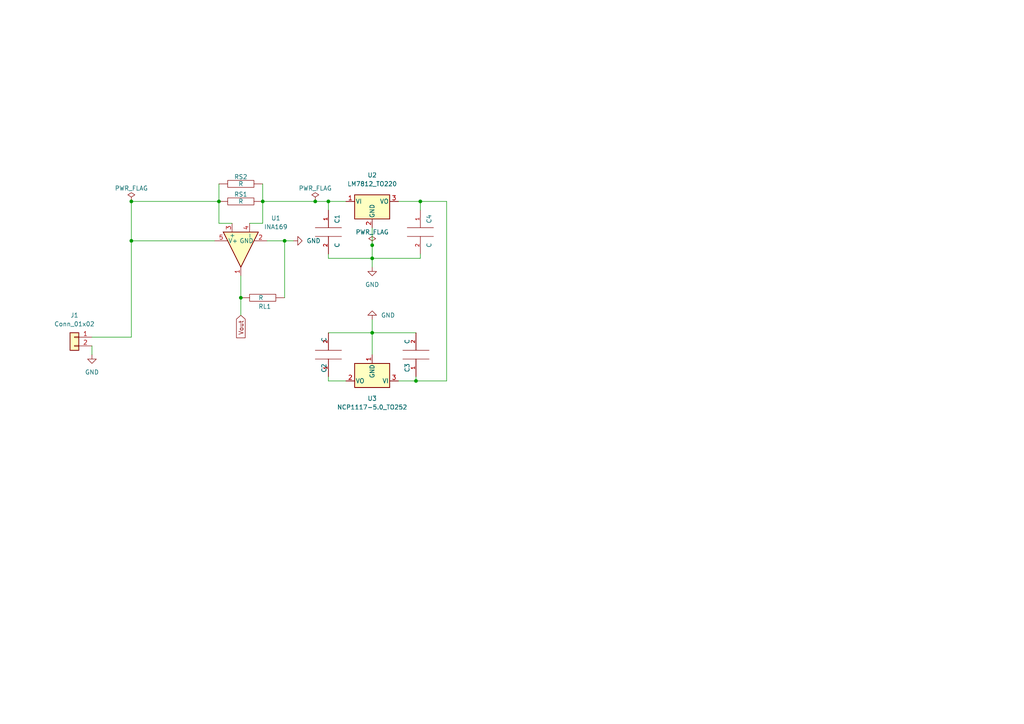
<source format=kicad_sch>
(kicad_sch (version 20211123) (generator eeschema)

  (uuid ca08e793-c2ca-4d87-8e05-430e8eac0743)

  (paper "A4")

  (lib_symbols
    (symbol "Amplifier_Current:INA169" (pin_names (offset 0.127)) (in_bom yes) (on_board yes)
      (property "Reference" "U" (id 0) (at 3.81 5.08 0)
        (effects (font (size 1.27 1.27)) (justify left))
      )
      (property "Value" "INA169" (id 1) (at 3.81 2.54 0)
        (effects (font (size 1.27 1.27)) (justify left))
      )
      (property "Footprint" "Package_TO_SOT_SMD:SOT-23-5" (id 2) (at 0 0 0)
        (effects (font (size 1.27 1.27)) hide)
      )
      (property "Datasheet" "http://www.ti.com/lit/ds/symlink/ina169.pdf" (id 3) (at 0 0.127 0)
        (effects (font (size 1.27 1.27)) hide)
      )
      (property "ki_keywords" "current sense shunt monitor" (id 4) (at 0 0 0)
        (effects (font (size 1.27 1.27)) hide)
      )
      (property "ki_description" "High-Side Measurement Current Shunt Monitor, 60V, SOT-23-5" (id 5) (at 0 0 0)
        (effects (font (size 1.27 1.27)) hide)
      )
      (property "ki_fp_filters" "SOT?23*" (id 6) (at 0 0 0)
        (effects (font (size 1.27 1.27)) hide)
      )
      (symbol "INA169_0_1"
        (polyline
          (pts
            (xy -5.08 5.08)
            (xy 5.08 0)
            (xy -5.08 -5.08)
            (xy -5.08 5.08)
          )
          (stroke (width 0.254) (type default) (color 0 0 0 0))
          (fill (type background))
        )
      )
      (symbol "INA169_1_1"
        (pin output line (at 7.62 0 180) (length 2.54)
          (name "~" (effects (font (size 1.27 1.27))))
          (number "1" (effects (font (size 1.27 1.27))))
        )
        (pin power_in line (at -2.54 -7.62 90) (length 3.81)
          (name "GND" (effects (font (size 1.27 1.27))))
          (number "2" (effects (font (size 1.27 1.27))))
        )
        (pin input line (at -7.62 2.54 0) (length 2.54)
          (name "+" (effects (font (size 1.27 1.27))))
          (number "3" (effects (font (size 1.27 1.27))))
        )
        (pin input line (at -7.62 -2.54 0) (length 2.54)
          (name "-" (effects (font (size 1.27 1.27))))
          (number "4" (effects (font (size 1.27 1.27))))
        )
        (pin power_in line (at -2.54 7.62 270) (length 3.81)
          (name "V+" (effects (font (size 1.27 1.27))))
          (number "5" (effects (font (size 1.27 1.27))))
        )
      )
    )
    (symbol "Connector_Generic:Conn_01x02" (pin_names (offset 1.016) hide) (in_bom yes) (on_board yes)
      (property "Reference" "J" (id 0) (at 0 2.54 0)
        (effects (font (size 1.27 1.27)))
      )
      (property "Value" "Conn_01x02" (id 1) (at 0 -5.08 0)
        (effects (font (size 1.27 1.27)))
      )
      (property "Footprint" "" (id 2) (at 0 0 0)
        (effects (font (size 1.27 1.27)) hide)
      )
      (property "Datasheet" "~" (id 3) (at 0 0 0)
        (effects (font (size 1.27 1.27)) hide)
      )
      (property "ki_keywords" "connector" (id 4) (at 0 0 0)
        (effects (font (size 1.27 1.27)) hide)
      )
      (property "ki_description" "Generic connector, single row, 01x02, script generated (kicad-library-utils/schlib/autogen/connector/)" (id 5) (at 0 0 0)
        (effects (font (size 1.27 1.27)) hide)
      )
      (property "ki_fp_filters" "Connector*:*_1x??_*" (id 6) (at 0 0 0)
        (effects (font (size 1.27 1.27)) hide)
      )
      (symbol "Conn_01x02_1_1"
        (rectangle (start -1.27 -2.413) (end 0 -2.667)
          (stroke (width 0.1524) (type default) (color 0 0 0 0))
          (fill (type none))
        )
        (rectangle (start -1.27 0.127) (end 0 -0.127)
          (stroke (width 0.1524) (type default) (color 0 0 0 0))
          (fill (type none))
        )
        (rectangle (start -1.27 1.27) (end 1.27 -3.81)
          (stroke (width 0.254) (type default) (color 0 0 0 0))
          (fill (type background))
        )
        (pin passive line (at -5.08 0 0) (length 3.81)
          (name "Pin_1" (effects (font (size 1.27 1.27))))
          (number "1" (effects (font (size 1.27 1.27))))
        )
        (pin passive line (at -5.08 -2.54 0) (length 3.81)
          (name "Pin_2" (effects (font (size 1.27 1.27))))
          (number "2" (effects (font (size 1.27 1.27))))
        )
      )
    )
    (symbol "Regulator_Linear:LM7812_TO220" (pin_names (offset 0.254)) (in_bom yes) (on_board yes)
      (property "Reference" "U" (id 0) (at -3.81 3.175 0)
        (effects (font (size 1.27 1.27)))
      )
      (property "Value" "LM7812_TO220" (id 1) (at 0 3.175 0)
        (effects (font (size 1.27 1.27)) (justify left))
      )
      (property "Footprint" "Package_TO_SOT_THT:TO-220-3_Vertical" (id 2) (at 0 5.715 0)
        (effects (font (size 1.27 1.27) italic) hide)
      )
      (property "Datasheet" "https://www.onsemi.cn/PowerSolutions/document/MC7800-D.PDF" (id 3) (at 0 -1.27 0)
        (effects (font (size 1.27 1.27)) hide)
      )
      (property "ki_keywords" "Voltage Regulator 1A Positive" (id 4) (at 0 0 0)
        (effects (font (size 1.27 1.27)) hide)
      )
      (property "ki_description" "Positive 1A 35V Linear Regulator, Fixed Output 12V, TO-220" (id 5) (at 0 0 0)
        (effects (font (size 1.27 1.27)) hide)
      )
      (property "ki_fp_filters" "TO?220*" (id 6) (at 0 0 0)
        (effects (font (size 1.27 1.27)) hide)
      )
      (symbol "LM7812_TO220_0_1"
        (rectangle (start -5.08 1.905) (end 5.08 -5.08)
          (stroke (width 0.254) (type default) (color 0 0 0 0))
          (fill (type background))
        )
      )
      (symbol "LM7812_TO220_1_1"
        (pin power_in line (at -7.62 0 0) (length 2.54)
          (name "VI" (effects (font (size 1.27 1.27))))
          (number "1" (effects (font (size 1.27 1.27))))
        )
        (pin power_in line (at 0 -7.62 90) (length 2.54)
          (name "GND" (effects (font (size 1.27 1.27))))
          (number "2" (effects (font (size 1.27 1.27))))
        )
        (pin power_out line (at 7.62 0 180) (length 2.54)
          (name "VO" (effects (font (size 1.27 1.27))))
          (number "3" (effects (font (size 1.27 1.27))))
        )
      )
    )
    (symbol "Regulator_Linear:NCP1117-5.0_TO252" (pin_names (offset 0.254)) (in_bom yes) (on_board yes)
      (property "Reference" "U" (id 0) (at -3.81 3.175 0)
        (effects (font (size 1.27 1.27)))
      )
      (property "Value" "NCP1117-5.0_TO252" (id 1) (at 0 3.175 0)
        (effects (font (size 1.27 1.27)) (justify left))
      )
      (property "Footprint" "Package_TO_SOT_SMD:TO-252-2" (id 2) (at 0 5.715 0)
        (effects (font (size 1.27 1.27)) hide)
      )
      (property "Datasheet" "http://www.onsemi.com/pub_link/Collateral/NCP1117-D.PDF" (id 3) (at 0 0 0)
        (effects (font (size 1.27 1.27)) hide)
      )
      (property "ki_keywords" "REGULATOR LDO 5.0V 5V" (id 4) (at 0 0 0)
        (effects (font (size 1.27 1.27)) hide)
      )
      (property "ki_description" "1A Low drop-out regulator, Fixed Output 5.0V, TO-252 (DPAK)" (id 5) (at 0 0 0)
        (effects (font (size 1.27 1.27)) hide)
      )
      (property "ki_fp_filters" "TO?252*" (id 6) (at 0 0 0)
        (effects (font (size 1.27 1.27)) hide)
      )
      (symbol "NCP1117-5.0_TO252_0_1"
        (rectangle (start -5.08 1.905) (end 5.08 -5.08)
          (stroke (width 0.254) (type default) (color 0 0 0 0))
          (fill (type background))
        )
      )
      (symbol "NCP1117-5.0_TO252_1_1"
        (pin power_in line (at 0 -7.62 90) (length 2.54)
          (name "GND" (effects (font (size 1.27 1.27))))
          (number "1" (effects (font (size 1.27 1.27))))
        )
        (pin power_out line (at 7.62 0 180) (length 2.54)
          (name "VO" (effects (font (size 1.27 1.27))))
          (number "2" (effects (font (size 1.27 1.27))))
        )
        (pin power_in line (at -7.62 0 0) (length 2.54)
          (name "VI" (effects (font (size 1.27 1.27))))
          (number "3" (effects (font (size 1.27 1.27))))
        )
      )
    )
    (symbol "power:GND" (power) (pin_names (offset 0)) (in_bom yes) (on_board yes)
      (property "Reference" "#PWR" (id 0) (at 0 -6.35 0)
        (effects (font (size 1.27 1.27)) hide)
      )
      (property "Value" "GND" (id 1) (at 0 -3.81 0)
        (effects (font (size 1.27 1.27)))
      )
      (property "Footprint" "" (id 2) (at 0 0 0)
        (effects (font (size 1.27 1.27)) hide)
      )
      (property "Datasheet" "" (id 3) (at 0 0 0)
        (effects (font (size 1.27 1.27)) hide)
      )
      (property "ki_keywords" "power-flag" (id 4) (at 0 0 0)
        (effects (font (size 1.27 1.27)) hide)
      )
      (property "ki_description" "Power symbol creates a global label with name \"GND\" , ground" (id 5) (at 0 0 0)
        (effects (font (size 1.27 1.27)) hide)
      )
      (symbol "GND_0_1"
        (polyline
          (pts
            (xy 0 0)
            (xy 0 -1.27)
            (xy 1.27 -1.27)
            (xy 0 -2.54)
            (xy -1.27 -1.27)
            (xy 0 -1.27)
          )
          (stroke (width 0) (type default) (color 0 0 0 0))
          (fill (type none))
        )
      )
      (symbol "GND_1_1"
        (pin power_in line (at 0 0 270) (length 0) hide
          (name "GND" (effects (font (size 1.27 1.27))))
          (number "1" (effects (font (size 1.27 1.27))))
        )
      )
    )
    (symbol "power:PWR_FLAG" (power) (pin_numbers hide) (pin_names (offset 0) hide) (in_bom yes) (on_board yes)
      (property "Reference" "#FLG" (id 0) (at 0 1.905 0)
        (effects (font (size 1.27 1.27)) hide)
      )
      (property "Value" "PWR_FLAG" (id 1) (at 0 3.81 0)
        (effects (font (size 1.27 1.27)))
      )
      (property "Footprint" "" (id 2) (at 0 0 0)
        (effects (font (size 1.27 1.27)) hide)
      )
      (property "Datasheet" "~" (id 3) (at 0 0 0)
        (effects (font (size 1.27 1.27)) hide)
      )
      (property "ki_keywords" "power-flag" (id 4) (at 0 0 0)
        (effects (font (size 1.27 1.27)) hide)
      )
      (property "ki_description" "Special symbol for telling ERC where power comes from" (id 5) (at 0 0 0)
        (effects (font (size 1.27 1.27)) hide)
      )
      (symbol "PWR_FLAG_0_0"
        (pin power_out line (at 0 0 90) (length 0)
          (name "pwr" (effects (font (size 1.27 1.27))))
          (number "1" (effects (font (size 1.27 1.27))))
        )
      )
      (symbol "PWR_FLAG_0_1"
        (polyline
          (pts
            (xy 0 0)
            (xy 0 1.27)
            (xy -1.016 1.905)
            (xy 0 2.54)
            (xy 1.016 1.905)
            (xy 0 1.27)
          )
          (stroke (width 0) (type default) (color 0 0 0 0))
          (fill (type none))
        )
      )
    )
    (symbol "pspice:C" (pin_names (offset 0.254)) (in_bom yes) (on_board yes)
      (property "Reference" "C" (id 0) (at 2.54 3.81 90)
        (effects (font (size 1.27 1.27)))
      )
      (property "Value" "C" (id 1) (at 2.54 -3.81 90)
        (effects (font (size 1.27 1.27)))
      )
      (property "Footprint" "" (id 2) (at 0 0 0)
        (effects (font (size 1.27 1.27)) hide)
      )
      (property "Datasheet" "~" (id 3) (at 0 0 0)
        (effects (font (size 1.27 1.27)) hide)
      )
      (property "ki_keywords" "simulation" (id 4) (at 0 0 0)
        (effects (font (size 1.27 1.27)) hide)
      )
      (property "ki_description" "Capacitor symbol for simulation only" (id 5) (at 0 0 0)
        (effects (font (size 1.27 1.27)) hide)
      )
      (symbol "C_0_1"
        (polyline
          (pts
            (xy -3.81 -1.27)
            (xy 3.81 -1.27)
          )
          (stroke (width 0) (type default) (color 0 0 0 0))
          (fill (type none))
        )
        (polyline
          (pts
            (xy -3.81 1.27)
            (xy 3.81 1.27)
          )
          (stroke (width 0) (type default) (color 0 0 0 0))
          (fill (type none))
        )
      )
      (symbol "C_1_1"
        (pin passive line (at 0 6.35 270) (length 5.08)
          (name "~" (effects (font (size 1.016 1.016))))
          (number "1" (effects (font (size 1.016 1.016))))
        )
        (pin passive line (at 0 -6.35 90) (length 5.08)
          (name "~" (effects (font (size 1.016 1.016))))
          (number "2" (effects (font (size 1.016 1.016))))
        )
      )
    )
    (symbol "pspice:R" (pin_numbers hide) (pin_names (offset 0)) (in_bom yes) (on_board yes)
      (property "Reference" "R" (id 0) (at 2.032 0 90)
        (effects (font (size 1.27 1.27)))
      )
      (property "Value" "R" (id 1) (at 0 0 90)
        (effects (font (size 1.27 1.27)))
      )
      (property "Footprint" "" (id 2) (at 0 0 0)
        (effects (font (size 1.27 1.27)) hide)
      )
      (property "Datasheet" "~" (id 3) (at 0 0 0)
        (effects (font (size 1.27 1.27)) hide)
      )
      (property "ki_keywords" "resistor simulation" (id 4) (at 0 0 0)
        (effects (font (size 1.27 1.27)) hide)
      )
      (property "ki_description" "Resistor symbol for simulation only" (id 5) (at 0 0 0)
        (effects (font (size 1.27 1.27)) hide)
      )
      (symbol "R_0_1"
        (rectangle (start -1.016 3.81) (end 1.016 -3.81)
          (stroke (width 0) (type default) (color 0 0 0 0))
          (fill (type none))
        )
      )
      (symbol "R_1_1"
        (pin passive line (at 0 6.35 270) (length 2.54)
          (name "~" (effects (font (size 1.27 1.27))))
          (number "1" (effects (font (size 1.27 1.27))))
        )
        (pin passive line (at 0 -6.35 90) (length 2.54)
          (name "~" (effects (font (size 1.27 1.27))))
          (number "2" (effects (font (size 1.27 1.27))))
        )
      )
    )
  )

  (junction (at 38.1 58.42) (diameter 0) (color 0 0 0 0)
    (uuid 11181b33-6df7-4e12-8708-6cf3ed62d057)
  )
  (junction (at 107.95 96.52) (diameter 0) (color 0 0 0 0)
    (uuid 1b3bd02f-8f90-4e5d-99a1-a0914b03e693)
  )
  (junction (at 107.95 71.12) (diameter 0) (color 0 0 0 0)
    (uuid 228fc049-a5d1-4ba2-9c85-d541dbe6982b)
  )
  (junction (at 63.5 58.42) (diameter 0) (color 0 0 0 0)
    (uuid 30d853c6-ecf7-4d0c-98dd-33cf6199f89e)
  )
  (junction (at 38.1 69.85) (diameter 0) (color 0 0 0 0)
    (uuid 634461a5-f9a9-4e6e-8e57-4eb1bad3af31)
  )
  (junction (at 69.85 86.36) (diameter 0) (color 0 0 0 0)
    (uuid 8809ca45-d151-401e-96f8-e61e104713c1)
  )
  (junction (at 76.2 58.42) (diameter 0) (color 0 0 0 0)
    (uuid 8cf4a5f2-53aa-49f1-bcb4-51643bc1159c)
  )
  (junction (at 107.95 74.93) (diameter 0) (color 0 0 0 0)
    (uuid bf1cf14e-759f-4e44-9430-f72b859cee36)
  )
  (junction (at 120.65 110.49) (diameter 0) (color 0 0 0 0)
    (uuid d98c67bd-c352-4647-8589-4a253363053a)
  )
  (junction (at 95.25 58.42) (diameter 0) (color 0 0 0 0)
    (uuid e04ecf70-36b4-4f22-883a-d8f86bb346db)
  )
  (junction (at 82.55 69.85) (diameter 0) (color 0 0 0 0)
    (uuid e1bd81bd-ff46-4e4e-bfcc-9ed6cd421363)
  )
  (junction (at 121.92 58.42) (diameter 0) (color 0 0 0 0)
    (uuid eb3a8018-ba99-463e-b30f-95263fde0465)
  )
  (junction (at 91.44 58.42) (diameter 0) (color 0 0 0 0)
    (uuid ecd9b057-8d97-4614-af39-4c36430a6254)
  )

  (wire (pts (xy 107.95 66.04) (xy 107.95 71.12))
    (stroke (width 0) (type default) (color 0 0 0 0))
    (uuid 039a2116-0096-4e30-a58d-81b324a78ff4)
  )
  (wire (pts (xy 77.47 69.85) (xy 82.55 69.85))
    (stroke (width 0) (type default) (color 0 0 0 0))
    (uuid 099fc2fc-d33c-4d69-b6b3-0fad57f27c2b)
  )
  (wire (pts (xy 121.92 74.93) (xy 107.95 74.93))
    (stroke (width 0) (type default) (color 0 0 0 0))
    (uuid 0b47a8ac-b0bc-40ef-9d7e-9406eb265a35)
  )
  (wire (pts (xy 69.85 86.36) (xy 69.85 91.44))
    (stroke (width 0) (type default) (color 0 0 0 0))
    (uuid 133d9c7d-eeff-42ca-ba9c-a32ecdf2de0d)
  )
  (wire (pts (xy 26.67 97.79) (xy 38.1 97.79))
    (stroke (width 0) (type default) (color 0 0 0 0))
    (uuid 1bafca0f-a3fb-46de-b462-d8498b055c5a)
  )
  (wire (pts (xy 107.95 74.93) (xy 107.95 77.47))
    (stroke (width 0) (type default) (color 0 0 0 0))
    (uuid 20c62eac-d280-4f72-937e-40180a0f1422)
  )
  (wire (pts (xy 129.54 110.49) (xy 120.65 110.49))
    (stroke (width 0) (type default) (color 0 0 0 0))
    (uuid 31a9eed4-441a-4e3e-b53c-e956bc38e7eb)
  )
  (wire (pts (xy 121.92 58.42) (xy 115.57 58.42))
    (stroke (width 0) (type default) (color 0 0 0 0))
    (uuid 36941593-4a75-4160-97fc-efac344cd60b)
  )
  (wire (pts (xy 76.2 64.77) (xy 76.2 58.42))
    (stroke (width 0) (type default) (color 0 0 0 0))
    (uuid 398c6685-6d31-4e9b-b88d-6e8b0ff36dcc)
  )
  (wire (pts (xy 63.5 64.77) (xy 63.5 58.42))
    (stroke (width 0) (type default) (color 0 0 0 0))
    (uuid 41b6fa3a-0bf2-4310-9f14-18225efdfad7)
  )
  (wire (pts (xy 115.57 110.49) (xy 120.65 110.49))
    (stroke (width 0) (type default) (color 0 0 0 0))
    (uuid 423ebae6-3d38-4c9e-8539-e7592df463be)
  )
  (wire (pts (xy 91.44 58.42) (xy 95.25 58.42))
    (stroke (width 0) (type default) (color 0 0 0 0))
    (uuid 46c2a5ba-4541-48da-86fd-191b07a8265e)
  )
  (wire (pts (xy 38.1 69.85) (xy 62.23 69.85))
    (stroke (width 0) (type default) (color 0 0 0 0))
    (uuid 4b68cad2-d8e5-4223-b50e-4f6553ae24f3)
  )
  (wire (pts (xy 38.1 69.85) (xy 38.1 58.42))
    (stroke (width 0) (type default) (color 0 0 0 0))
    (uuid 5b5d1704-4aa3-42c3-83ef-e5f8aa589239)
  )
  (wire (pts (xy 120.65 109.22) (xy 120.65 110.49))
    (stroke (width 0) (type default) (color 0 0 0 0))
    (uuid 62411e5a-8cbd-4b11-a06e-24d1b594eb7c)
  )
  (wire (pts (xy 95.25 96.52) (xy 107.95 96.52))
    (stroke (width 0) (type default) (color 0 0 0 0))
    (uuid 639273ae-91e9-41c0-9811-9ad988a3a828)
  )
  (wire (pts (xy 95.25 58.42) (xy 100.33 58.42))
    (stroke (width 0) (type default) (color 0 0 0 0))
    (uuid 660573ed-da84-4552-9b20-77dfdf4eb44b)
  )
  (wire (pts (xy 95.25 58.42) (xy 95.25 60.96))
    (stroke (width 0) (type default) (color 0 0 0 0))
    (uuid 67ac00fe-e1fe-4905-bea8-92c8a71ecb29)
  )
  (wire (pts (xy 63.5 53.34) (xy 63.5 58.42))
    (stroke (width 0) (type default) (color 0 0 0 0))
    (uuid 6b23f108-45e7-4424-8b5a-b7a2ee5b6b61)
  )
  (wire (pts (xy 82.55 69.85) (xy 85.09 69.85))
    (stroke (width 0) (type default) (color 0 0 0 0))
    (uuid 6dc97cb9-63de-4d70-a37d-d584762d8c49)
  )
  (wire (pts (xy 95.25 74.93) (xy 95.25 73.66))
    (stroke (width 0) (type default) (color 0 0 0 0))
    (uuid 70d9ca24-e03e-475f-978a-39a357b13f9e)
  )
  (wire (pts (xy 95.25 110.49) (xy 95.25 109.22))
    (stroke (width 0) (type default) (color 0 0 0 0))
    (uuid 74a77f39-e852-4204-b05e-6b136e302649)
  )
  (wire (pts (xy 38.1 97.79) (xy 38.1 69.85))
    (stroke (width 0) (type default) (color 0 0 0 0))
    (uuid 7ec91a9f-481e-4abb-b1d6-a6647279ecb0)
  )
  (wire (pts (xy 129.54 58.42) (xy 121.92 58.42))
    (stroke (width 0) (type default) (color 0 0 0 0))
    (uuid 80e5c502-4701-4751-9ab6-d087864f55ee)
  )
  (wire (pts (xy 107.95 92.71) (xy 107.95 96.52))
    (stroke (width 0) (type default) (color 0 0 0 0))
    (uuid 8a6ad8dd-9752-45ba-baea-068655b10164)
  )
  (wire (pts (xy 82.55 69.85) (xy 82.55 86.36))
    (stroke (width 0) (type default) (color 0 0 0 0))
    (uuid 8a7ba2c0-dd33-4f71-9d92-d6c523a584b0)
  )
  (wire (pts (xy 107.95 74.93) (xy 95.25 74.93))
    (stroke (width 0) (type default) (color 0 0 0 0))
    (uuid 8f65d1f7-97db-419f-a92f-03ad0f3936e3)
  )
  (wire (pts (xy 107.95 102.87) (xy 107.95 96.52))
    (stroke (width 0) (type default) (color 0 0 0 0))
    (uuid 8fa83cdc-b698-4d3d-80df-aa1473585e7a)
  )
  (wire (pts (xy 69.85 80.01) (xy 69.85 86.36))
    (stroke (width 0) (type default) (color 0 0 0 0))
    (uuid 995f4531-d959-4b7f-9052-52e1148a8bce)
  )
  (wire (pts (xy 107.95 96.52) (xy 120.65 96.52))
    (stroke (width 0) (type default) (color 0 0 0 0))
    (uuid 9f1350f0-dde6-471f-8909-cc544dbfb461)
  )
  (wire (pts (xy 67.31 64.77) (xy 63.5 64.77))
    (stroke (width 0) (type default) (color 0 0 0 0))
    (uuid b68462f5-71c7-402b-8ea4-7833cf34d54f)
  )
  (wire (pts (xy 121.92 60.96) (xy 121.92 58.42))
    (stroke (width 0) (type default) (color 0 0 0 0))
    (uuid b75b2355-0f92-4065-8ed3-7a630b66ac86)
  )
  (wire (pts (xy 76.2 58.42) (xy 91.44 58.42))
    (stroke (width 0) (type default) (color 0 0 0 0))
    (uuid b80f1001-c320-43d3-9b05-d02227272dda)
  )
  (wire (pts (xy 38.1 58.42) (xy 63.5 58.42))
    (stroke (width 0) (type default) (color 0 0 0 0))
    (uuid cb3b01cc-a9f4-4d8e-9163-b9621cba3861)
  )
  (wire (pts (xy 107.95 71.12) (xy 107.95 74.93))
    (stroke (width 0) (type default) (color 0 0 0 0))
    (uuid cc73df3e-1521-46d0-96eb-e6e01a042210)
  )
  (wire (pts (xy 76.2 53.34) (xy 76.2 58.42))
    (stroke (width 0) (type default) (color 0 0 0 0))
    (uuid d04524d4-d0ee-4bcc-8db1-afd244c88b8b)
  )
  (wire (pts (xy 121.92 73.66) (xy 121.92 74.93))
    (stroke (width 0) (type default) (color 0 0 0 0))
    (uuid d3cea790-be21-42f7-83a3-573da096227a)
  )
  (wire (pts (xy 26.67 100.33) (xy 26.67 102.87))
    (stroke (width 0) (type default) (color 0 0 0 0))
    (uuid d52faeb8-44de-438d-b99f-679f0f37fdc5)
  )
  (wire (pts (xy 129.54 58.42) (xy 129.54 110.49))
    (stroke (width 0) (type default) (color 0 0 0 0))
    (uuid dfe7b02c-de4b-44ff-8c9c-c05a203b5b7c)
  )
  (wire (pts (xy 72.39 64.77) (xy 76.2 64.77))
    (stroke (width 0) (type default) (color 0 0 0 0))
    (uuid e04dc0c9-dbe5-41bc-86c3-0193a8a5a6d8)
  )
  (wire (pts (xy 100.33 110.49) (xy 95.25 110.49))
    (stroke (width 0) (type default) (color 0 0 0 0))
    (uuid f707701e-8ebe-4597-bcdd-7d9114917fae)
  )

  (global_label "Vout" (shape input) (at 69.85 91.44 270) (fields_autoplaced)
    (effects (font (size 1.27 1.27)) (justify right))
    (uuid fc2f6cda-8e26-434e-ba8c-b8dcdb0eae19)
    (property "Intersheet References" "${INTERSHEET_REFS}" (id 0) (at 69.7706 97.9655 90)
      (effects (font (size 1.27 1.27)) (justify right) hide)
    )
  )

  (symbol (lib_id "power:GND") (at 26.67 102.87 0) (unit 1)
    (in_bom yes) (on_board yes) (fields_autoplaced)
    (uuid 09eee79d-a24e-4038-8fee-145087020306)
    (property "Reference" "#PWR01" (id 0) (at 26.67 109.22 0)
      (effects (font (size 1.27 1.27)) hide)
    )
    (property "Value" "GND" (id 1) (at 26.67 107.95 0))
    (property "Footprint" "" (id 2) (at 26.67 102.87 0)
      (effects (font (size 1.27 1.27)) hide)
    )
    (property "Datasheet" "" (id 3) (at 26.67 102.87 0)
      (effects (font (size 1.27 1.27)) hide)
    )
    (pin "1" (uuid 507bc63a-35c0-4d24-8f2d-477c64a99232))
  )

  (symbol (lib_id "power:PWR_FLAG") (at 107.95 71.12 0) (unit 1)
    (in_bom yes) (on_board yes)
    (uuid 0f1f4453-f455-4a23-81b8-b34c7bdf174a)
    (property "Reference" "#FLG0101" (id 0) (at 107.95 69.215 0)
      (effects (font (size 1.27 1.27)) hide)
    )
    (property "Value" "PWR_FLAG" (id 1) (at 107.95 67.31 0))
    (property "Footprint" "" (id 2) (at 107.95 71.12 0)
      (effects (font (size 1.27 1.27)) hide)
    )
    (property "Datasheet" "~" (id 3) (at 107.95 71.12 0)
      (effects (font (size 1.27 1.27)) hide)
    )
    (pin "1" (uuid 8810a8ea-b9df-4349-b35f-3acf98dd2dfe))
  )

  (symbol (lib_id "pspice:R") (at 69.85 58.42 90) (unit 1)
    (in_bom yes) (on_board yes)
    (uuid 20d6835f-f46f-4cf1-83d3-17e13cdde2e1)
    (property "Reference" "RS1" (id 0) (at 69.85 56.388 90))
    (property "Value" "R" (id 1) (at 69.85 58.42 90))
    (property "Footprint" "Resistor_SMD:R_4020_10251Metric_Pad1.65x5.30mm_HandSolder" (id 2) (at 69.85 58.42 0)
      (effects (font (size 1.27 1.27)) hide)
    )
    (property "Datasheet" "~" (id 3) (at 69.85 58.42 0)
      (effects (font (size 1.27 1.27)) hide)
    )
    (pin "1" (uuid 84d352e9-6cc1-4008-93f3-dcddca9a1835))
    (pin "2" (uuid 472332cf-85ec-4d29-b167-2d1619f69f88))
  )

  (symbol (lib_id "pspice:C") (at 120.65 102.87 180) (unit 1)
    (in_bom yes) (on_board yes)
    (uuid 31cfdb7a-8937-4fd1-bc7e-ef167d4910a4)
    (property "Reference" "C3" (id 0) (at 118.11 106.68 90))
    (property "Value" "C" (id 1) (at 118.11 99.06 90))
    (property "Footprint" "Capacitor_Tantalum_SMD:CP_EIA-1608-10_AVX-L" (id 2) (at 120.65 102.87 0)
      (effects (font (size 1.27 1.27)) hide)
    )
    (property "Datasheet" "~" (id 3) (at 120.65 102.87 0)
      (effects (font (size 1.27 1.27)) hide)
    )
    (pin "1" (uuid f9ecb658-e5d4-4019-96ef-b5e8256fa5a6))
    (pin "2" (uuid 308cae85-d813-4e82-99f5-91a02d465172))
  )

  (symbol (lib_id "Amplifier_Current:INA169") (at 69.85 72.39 90) (mirror x) (unit 1)
    (in_bom yes) (on_board yes) (fields_autoplaced)
    (uuid 37cb6436-21de-4e21-a39a-9c5057bf68c1)
    (property "Reference" "U1" (id 0) (at 80.01 63.2712 90))
    (property "Value" "INA169" (id 1) (at 80.01 65.8112 90))
    (property "Footprint" "Package_TO_SOT_SMD:SOT-23-5" (id 2) (at 69.85 72.39 0)
      (effects (font (size 1.27 1.27)) hide)
    )
    (property "Datasheet" "http://www.ti.com/lit/ds/symlink/ina169.pdf" (id 3) (at 69.723 72.39 0)
      (effects (font (size 1.27 1.27)) hide)
    )
    (pin "1" (uuid 5829dbc6-401c-459f-9753-b72fd8e42c25))
    (pin "2" (uuid c3151c83-aa51-4543-bb6c-81bb97e240e7))
    (pin "3" (uuid 6d69da29-53f9-4f84-bf6e-aff1d20d4ce4))
    (pin "4" (uuid c9c1be59-455a-4172-922d-6e331434e534))
    (pin "5" (uuid 7809b458-ddbc-49e5-99aa-75a5d1e53a99))
  )

  (symbol (lib_id "power:PWR_FLAG") (at 38.1 58.42 0) (unit 1)
    (in_bom yes) (on_board yes)
    (uuid 38914b96-8e37-46a8-a174-c29cf5caae0b)
    (property "Reference" "#FLG0103" (id 0) (at 38.1 56.515 0)
      (effects (font (size 1.27 1.27)) hide)
    )
    (property "Value" "PWR_FLAG" (id 1) (at 38.1 54.61 0))
    (property "Footprint" "" (id 2) (at 38.1 58.42 0)
      (effects (font (size 1.27 1.27)) hide)
    )
    (property "Datasheet" "~" (id 3) (at 38.1 58.42 0)
      (effects (font (size 1.27 1.27)) hide)
    )
    (pin "1" (uuid 5cad055c-6cbd-462e-b7ab-82f7df056337))
  )

  (symbol (lib_id "pspice:R") (at 76.2 86.36 270) (unit 1)
    (in_bom yes) (on_board yes)
    (uuid 67bb7d77-cfc1-4029-aaea-7431f02f1ada)
    (property "Reference" "RL1" (id 0) (at 74.93 88.9 90)
      (effects (font (size 1.27 1.27)) (justify left))
    )
    (property "Value" "R" (id 1) (at 74.93 86.36 90)
      (effects (font (size 1.27 1.27)) (justify left))
    )
    (property "Footprint" "Resistor_SMD:R_0805_2012Metric" (id 2) (at 76.2 86.36 0)
      (effects (font (size 1.27 1.27)) hide)
    )
    (property "Datasheet" "~" (id 3) (at 76.2 86.36 0)
      (effects (font (size 1.27 1.27)) hide)
    )
    (pin "1" (uuid f3d05b58-649e-43dc-84b2-a9d9a6ce20b5))
    (pin "2" (uuid 25e32039-ad7d-45cb-8aac-87e386948978))
  )

  (symbol (lib_id "power:PWR_FLAG") (at 91.44 58.42 0) (unit 1)
    (in_bom yes) (on_board yes)
    (uuid 6d2d7a38-9fd0-4226-9532-ee50791b9033)
    (property "Reference" "#FLG0102" (id 0) (at 91.44 56.515 0)
      (effects (font (size 1.27 1.27)) hide)
    )
    (property "Value" "PWR_FLAG" (id 1) (at 91.44 54.61 0))
    (property "Footprint" "" (id 2) (at 91.44 58.42 0)
      (effects (font (size 1.27 1.27)) hide)
    )
    (property "Datasheet" "~" (id 3) (at 91.44 58.42 0)
      (effects (font (size 1.27 1.27)) hide)
    )
    (pin "1" (uuid c91ea632-65eb-4d8a-baa9-9e30c93385b4))
  )

  (symbol (lib_id "pspice:C") (at 95.25 67.31 0) (unit 1)
    (in_bom yes) (on_board yes)
    (uuid 6eaf9434-cdf2-483c-954e-27fee5251dcb)
    (property "Reference" "C1" (id 0) (at 97.79 63.5 90))
    (property "Value" "C" (id 1) (at 97.79 71.12 90))
    (property "Footprint" "Capacitor_Tantalum_SMD:CP_EIA-1608-10_AVX-L" (id 2) (at 95.25 67.31 0)
      (effects (font (size 1.27 1.27)) hide)
    )
    (property "Datasheet" "~" (id 3) (at 95.25 67.31 0)
      (effects (font (size 1.27 1.27)) hide)
    )
    (pin "1" (uuid 9aaec774-8e8a-483f-8ee3-de98dc9b7699))
    (pin "2" (uuid 73ef459e-1c2c-4a1a-8ee9-d25bfe079314))
  )

  (symbol (lib_id "Regulator_Linear:LM7812_TO220") (at 107.95 58.42 0) (unit 1)
    (in_bom yes) (on_board yes) (fields_autoplaced)
    (uuid 89ac547c-e6b3-4534-8a56-a5f28926a1a8)
    (property "Reference" "U2" (id 0) (at 107.95 50.8 0))
    (property "Value" "LM7812_TO220" (id 1) (at 107.95 53.34 0))
    (property "Footprint" "Package_TO_SOT_THT:TO-220-3_Horizontal_TabDown" (id 2) (at 107.95 52.705 0)
      (effects (font (size 1.27 1.27) italic) hide)
    )
    (property "Datasheet" "https://www.onsemi.cn/PowerSolutions/document/MC7800-D.PDF" (id 3) (at 107.95 59.69 0)
      (effects (font (size 1.27 1.27)) hide)
    )
    (pin "1" (uuid 3b32f1b1-fc68-4bf5-8e38-9b9bc6d56b0b))
    (pin "2" (uuid 8e6248ab-cfba-49b4-bc37-1152f7c1d5ad))
    (pin "3" (uuid cc5de66f-f7f7-47cb-9031-d82acead267a))
  )

  (symbol (lib_id "power:GND") (at 107.95 77.47 0) (unit 1)
    (in_bom yes) (on_board yes) (fields_autoplaced)
    (uuid 8f6e89e3-5540-423c-a09b-f4a06739d9c2)
    (property "Reference" "#PWR04" (id 0) (at 107.95 83.82 0)
      (effects (font (size 1.27 1.27)) hide)
    )
    (property "Value" "GND" (id 1) (at 107.95 82.55 0))
    (property "Footprint" "" (id 2) (at 107.95 77.47 0)
      (effects (font (size 1.27 1.27)) hide)
    )
    (property "Datasheet" "" (id 3) (at 107.95 77.47 0)
      (effects (font (size 1.27 1.27)) hide)
    )
    (pin "1" (uuid 3d76a7d0-3cab-4836-abea-205adbf4b373))
  )

  (symbol (lib_id "Connector_Generic:Conn_01x02") (at 21.59 97.79 0) (mirror y) (unit 1)
    (in_bom yes) (on_board yes) (fields_autoplaced)
    (uuid a89ad7bd-01cf-43d7-8533-d9c285611259)
    (property "Reference" "J1" (id 0) (at 21.59 91.44 0))
    (property "Value" "Conn_01x02" (id 1) (at 21.59 93.98 0))
    (property "Footprint" "Connector_AMASS:AMASS_XT60-M_1x02_P7.20mm_Vertical" (id 2) (at 21.59 97.79 0)
      (effects (font (size 1.27 1.27)) hide)
    )
    (property "Datasheet" "~" (id 3) (at 21.59 97.79 0)
      (effects (font (size 1.27 1.27)) hide)
    )
    (pin "1" (uuid c589e34b-4924-41d3-a513-41f0db4ab017))
    (pin "2" (uuid f1728f53-b1d3-4619-9b5d-c30372a0a2c3))
  )

  (symbol (lib_id "pspice:C") (at 95.25 102.87 180) (unit 1)
    (in_bom yes) (on_board yes)
    (uuid ba37e381-9e88-4288-bbba-fc6d920fdd04)
    (property "Reference" "C2" (id 0) (at 93.98 105.41 90)
      (effects (font (size 1.27 1.27)) (justify left))
    )
    (property "Value" "C" (id 1) (at 93.98 97.79 90)
      (effects (font (size 1.27 1.27)) (justify left))
    )
    (property "Footprint" "Capacitor_Tantalum_SMD:CP_EIA-1608-10_AVX-L" (id 2) (at 95.25 102.87 0)
      (effects (font (size 1.27 1.27)) hide)
    )
    (property "Datasheet" "~" (id 3) (at 95.25 102.87 0)
      (effects (font (size 1.27 1.27)) hide)
    )
    (pin "1" (uuid b530d0ec-a2d2-48a5-adbe-fe84ae284967))
    (pin "2" (uuid 235ec8be-b605-4fb6-9917-cd6fb3b5690b))
  )

  (symbol (lib_id "power:GND") (at 85.09 69.85 90) (unit 1)
    (in_bom yes) (on_board yes) (fields_autoplaced)
    (uuid dabb5e1e-1649-4025-9a05-32ace8215768)
    (property "Reference" "#PWR02" (id 0) (at 91.44 69.85 0)
      (effects (font (size 1.27 1.27)) hide)
    )
    (property "Value" "GND" (id 1) (at 88.9 69.8499 90)
      (effects (font (size 1.27 1.27)) (justify right))
    )
    (property "Footprint" "" (id 2) (at 85.09 69.85 0)
      (effects (font (size 1.27 1.27)) hide)
    )
    (property "Datasheet" "" (id 3) (at 85.09 69.85 0)
      (effects (font (size 1.27 1.27)) hide)
    )
    (pin "1" (uuid 019b6a61-fd80-4d8e-ab86-41746bc469ce))
  )

  (symbol (lib_id "power:GND") (at 107.95 92.71 180) (unit 1)
    (in_bom yes) (on_board yes) (fields_autoplaced)
    (uuid f1f5dd4d-d65b-4457-b3e3-4fac3c72f472)
    (property "Reference" "#PWR05" (id 0) (at 107.95 86.36 0)
      (effects (font (size 1.27 1.27)) hide)
    )
    (property "Value" "GND" (id 1) (at 110.49 91.4399 0)
      (effects (font (size 1.27 1.27)) (justify right))
    )
    (property "Footprint" "" (id 2) (at 107.95 92.71 0)
      (effects (font (size 1.27 1.27)) hide)
    )
    (property "Datasheet" "" (id 3) (at 107.95 92.71 0)
      (effects (font (size 1.27 1.27)) hide)
    )
    (pin "1" (uuid 0ac92f34-b49f-4ce7-b559-8ac07ef1353a))
  )

  (symbol (lib_id "Regulator_Linear:NCP1117-5.0_TO252") (at 107.95 110.49 180) (unit 1)
    (in_bom yes) (on_board yes) (fields_autoplaced)
    (uuid f6018ccc-1475-4d94-b295-285b4fdd301e)
    (property "Reference" "U3" (id 0) (at 107.95 115.57 0))
    (property "Value" "NCP1117-5.0_TO252" (id 1) (at 107.95 118.11 0))
    (property "Footprint" "Package_TO_SOT_SMD:TO-252-2" (id 2) (at 107.95 116.205 0)
      (effects (font (size 1.27 1.27)) hide)
    )
    (property "Datasheet" "http://www.onsemi.com/pub_link/Collateral/NCP1117-D.PDF" (id 3) (at 107.95 110.49 0)
      (effects (font (size 1.27 1.27)) hide)
    )
    (pin "1" (uuid 785c0de9-20cf-42c9-8936-cd0f20a095b9))
    (pin "2" (uuid ad00a63e-fade-453b-a75d-a8c5391a2fa9))
    (pin "3" (uuid 086eae86-f88f-4648-8743-552b1056ace2))
  )

  (symbol (lib_id "pspice:C") (at 121.92 67.31 0) (unit 1)
    (in_bom yes) (on_board yes)
    (uuid f753b495-617d-4bb1-a35a-08c3711a1b6e)
    (property "Reference" "C4" (id 0) (at 124.46 63.5 90))
    (property "Value" "C" (id 1) (at 124.46 71.12 90))
    (property "Footprint" "Capacitor_Tantalum_SMD:CP_EIA-1608-10_AVX-L" (id 2) (at 121.92 67.31 0)
      (effects (font (size 1.27 1.27)) hide)
    )
    (property "Datasheet" "~" (id 3) (at 121.92 67.31 0)
      (effects (font (size 1.27 1.27)) hide)
    )
    (pin "1" (uuid 110ffc3c-0429-47d4-921c-f7b0976f01cd))
    (pin "2" (uuid b6b3506d-50b6-4ed9-9b85-c746c34a4a6c))
  )

  (symbol (lib_id "pspice:R") (at 69.85 53.34 90) (unit 1)
    (in_bom yes) (on_board yes)
    (uuid fe79a32d-70f0-4117-96ed-83a47f308973)
    (property "Reference" "RS2" (id 0) (at 69.85 51.308 90))
    (property "Value" "R" (id 1) (at 69.85 53.34 90))
    (property "Footprint" "Resistor_SMD:R_4020_10251Metric_Pad1.65x5.30mm_HandSolder" (id 2) (at 69.85 53.34 0)
      (effects (font (size 1.27 1.27)) hide)
    )
    (property "Datasheet" "~" (id 3) (at 69.85 53.34 0)
      (effects (font (size 1.27 1.27)) hide)
    )
    (pin "1" (uuid ade93d87-22ac-4a02-b8b7-a11c1e276b72))
    (pin "2" (uuid 4e3daa8d-2c9d-4801-b4f9-06eb1bc20a90))
  )

  (sheet_instances
    (path "/" (page "1"))
  )

  (symbol_instances
    (path "/0f1f4453-f455-4a23-81b8-b34c7bdf174a"
      (reference "#FLG0101") (unit 1) (value "PWR_FLAG") (footprint "")
    )
    (path "/6d2d7a38-9fd0-4226-9532-ee50791b9033"
      (reference "#FLG0102") (unit 1) (value "PWR_FLAG") (footprint "")
    )
    (path "/38914b96-8e37-46a8-a174-c29cf5caae0b"
      (reference "#FLG0103") (unit 1) (value "PWR_FLAG") (footprint "")
    )
    (path "/09eee79d-a24e-4038-8fee-145087020306"
      (reference "#PWR01") (unit 1) (value "GND") (footprint "")
    )
    (path "/dabb5e1e-1649-4025-9a05-32ace8215768"
      (reference "#PWR02") (unit 1) (value "GND") (footprint "")
    )
    (path "/8f6e89e3-5540-423c-a09b-f4a06739d9c2"
      (reference "#PWR04") (unit 1) (value "GND") (footprint "")
    )
    (path "/f1f5dd4d-d65b-4457-b3e3-4fac3c72f472"
      (reference "#PWR05") (unit 1) (value "GND") (footprint "")
    )
    (path "/6eaf9434-cdf2-483c-954e-27fee5251dcb"
      (reference "C1") (unit 1) (value "C") (footprint "Capacitor_Tantalum_SMD:CP_EIA-1608-10_AVX-L")
    )
    (path "/ba37e381-9e88-4288-bbba-fc6d920fdd04"
      (reference "C2") (unit 1) (value "C") (footprint "Capacitor_Tantalum_SMD:CP_EIA-1608-10_AVX-L")
    )
    (path "/31cfdb7a-8937-4fd1-bc7e-ef167d4910a4"
      (reference "C3") (unit 1) (value "C") (footprint "Capacitor_Tantalum_SMD:CP_EIA-1608-10_AVX-L")
    )
    (path "/f753b495-617d-4bb1-a35a-08c3711a1b6e"
      (reference "C4") (unit 1) (value "C") (footprint "Capacitor_Tantalum_SMD:CP_EIA-1608-10_AVX-L")
    )
    (path "/a89ad7bd-01cf-43d7-8533-d9c285611259"
      (reference "J1") (unit 1) (value "Conn_01x02") (footprint "Connector_AMASS:AMASS_XT60-M_1x02_P7.20mm_Vertical")
    )
    (path "/67bb7d77-cfc1-4029-aaea-7431f02f1ada"
      (reference "RL1") (unit 1) (value "R") (footprint "Resistor_SMD:R_0805_2012Metric")
    )
    (path "/20d6835f-f46f-4cf1-83d3-17e13cdde2e1"
      (reference "RS1") (unit 1) (value "R") (footprint "Resistor_SMD:R_4020_10251Metric_Pad1.65x5.30mm_HandSolder")
    )
    (path "/fe79a32d-70f0-4117-96ed-83a47f308973"
      (reference "RS2") (unit 1) (value "R") (footprint "Resistor_SMD:R_4020_10251Metric_Pad1.65x5.30mm_HandSolder")
    )
    (path "/37cb6436-21de-4e21-a39a-9c5057bf68c1"
      (reference "U1") (unit 1) (value "INA169") (footprint "Package_TO_SOT_SMD:SOT-23-5")
    )
    (path "/89ac547c-e6b3-4534-8a56-a5f28926a1a8"
      (reference "U2") (unit 1) (value "LM7812_TO220") (footprint "Package_TO_SOT_THT:TO-220-3_Horizontal_TabDown")
    )
    (path "/f6018ccc-1475-4d94-b295-285b4fdd301e"
      (reference "U3") (unit 1) (value "NCP1117-5.0_TO252") (footprint "Package_TO_SOT_SMD:TO-252-2")
    )
  )
)

</source>
